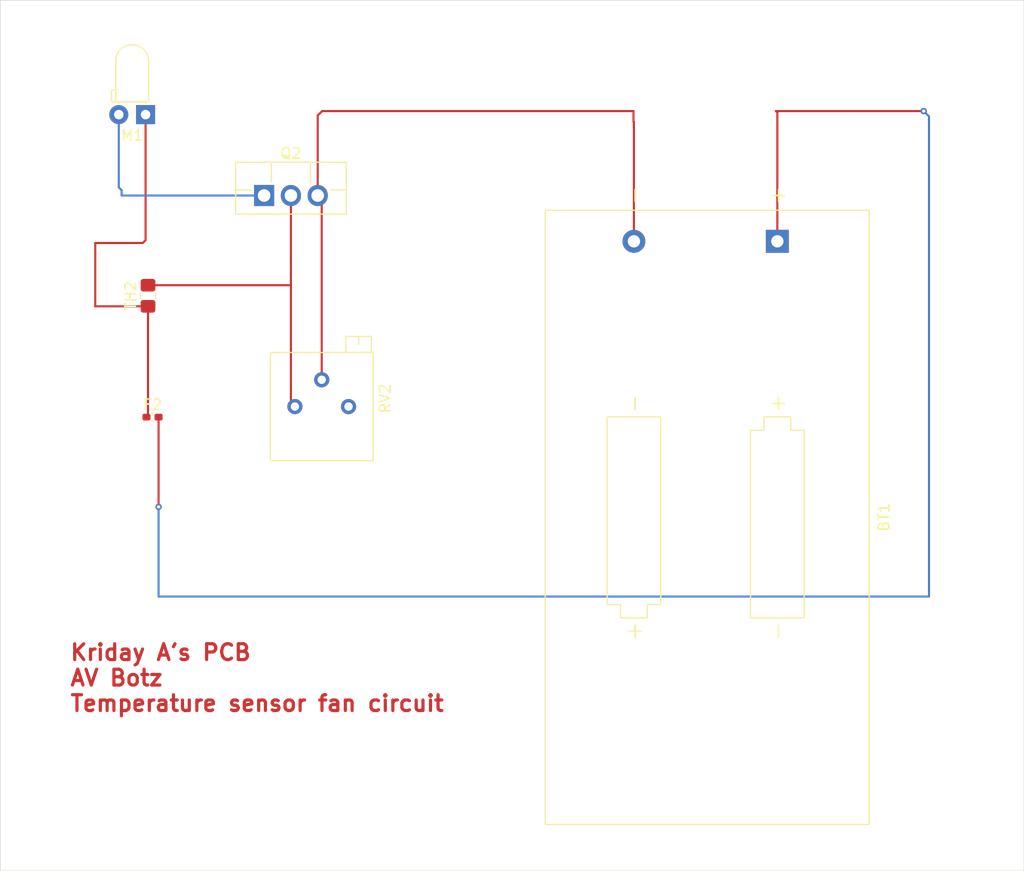
<source format=kicad_pcb>
(kicad_pcb (version 20241229) (generator "pcbnew") (generator_version "9.0")
  (layers (0 "F.Cu" signal) (2 "B.Cu" signal) (13 "F.Paste" user) (15 "B.Paste" user) (5 "F.SilkS" user "F.Silkscreen") (7 "B.SilkS" user "B.Silkscreen") (1 "F.Mask" user) (3 "B.Mask" user) (25 "Edge.Cuts" user))
  (net 0 "")
  (net 1 "Net-(BT1-+)")
  (net 2 "Net-(BT1--)")
  (net 3 "Net-(M1-+)")
  (net 4 "Net-(Q2-G)")
  (net 6 "Net-(M1--)")
  (footprint "Package_TO_SOT_THT:TO-220F-3_Vertical" (layer "F.Cu") (at 131 55.5)
    (property "Reference" "Q2" (at 2.54 -4 0) (layer "F.SilkS"))
    (property "Value" "NMOS")
    (fp_line (start -2.7 -3.157) (end 7.78 -3.157) (stroke (width 0.12)) (layer "F.SilkS"))
    (fp_line (start -2.7 -0.527) (end -1.212 -0.527) (stroke (width 0.12)) (layer "F.SilkS"))
    (fp_line (start -2.7 1.763) (end -2.7 -3.157) (stroke (width 0.12)) (layer "F.SilkS"))
    (fp_line (start 0.69 -3.157) (end 0.69 -1.26) (stroke (width 0.12)) (layer "F.SilkS"))
    (fp_line (start 1.212 -0.527) (end 1.327 -0.528) (stroke (width 0.12)) (layer "F.SilkS"))
    (fp_line (start 3.752 -0.528) (end 3.867 -0.528) (stroke (width 0.12)) (layer "F.SilkS"))
    (fp_line (start 4.39 -3.157) (end 4.39 -1.26) (stroke (width 0.12)) (layer "F.SilkS"))
    (fp_line (start 6.292 -0.528) (end 7.78 -0.527) (stroke (width 0.12)) (layer "F.SilkS"))
    (fp_line (start 7.78 -3.157) (end 7.78 1.763) (stroke (width 0.12)) (layer "F.SilkS"))
    (fp_line (start 7.78 1.763) (end -2.7 1.763) (stroke (width 0.12)) (layer "F.SilkS"))
    (pad "1" thru_hole rect (at 0 0) (size 1.905 2) (drill 1.2) (layers "*.Cu" "*.Mask") (net 6 "Net-(M1--)"))
    (pad "2" thru_hole oval (at 2.54 0) (size 1.905 2) (drill 1.2) (layers "*.Cu" "*.Mask") (net 4 "Net-(Q2-G)"))
    (pad "3" thru_hole oval (at 5.08 0) (size 1.905 2) (drill 1.2) (layers "*.Cu" "*.Mask") (net 2 "Net-(BT1--)"))
  )
  (footprint "Fuse:Fuse_0402_1005Metric_Pad0.77x0.64mm_HandSolder" (layer "F.Cu") (at 120.4275 76.5)
    (property "Reference" "F2" (at 0 -1.17 0) (layer "F.SilkS"))
    (property "Value" "Fuse")
    (fp_line (start -0.1002 -0.36) (end 0.1002 -0.36) (stroke (width 0.12)) (layer "F.SilkS"))
    (fp_line (start -0.1002 0.36) (end 0.1002 0.36) (stroke (width 0.12)) (layer "F.SilkS"))
    (pad "1" smd roundrect (at -0.5725 0) (size 0.765 0.64) (layers "F.Cu" "F.Mask" "F.Paste") (net 3 "Net-(M1-+)"))
    (pad "2" smd roundrect (at 0.5725 0) (size 0.765 0.64) (layers "F.Cu" "F.Mask" "F.Paste") (net 1 "Net-(BT1-+)"))
  )
  (footprint "Resistor_SMD:R_0805_2012Metric_Pad1.20x1.40mm_HandSolder" (layer "F.Cu") (at 120 65 90)
    (property "Reference" "TH2" (at 0 -1.65 90) (layer "F.SilkS"))
    (property "Value" "10kΩ")
    (fp_line (start -0.227064 -0.735) (end 0.227064 -0.735) (stroke (width 0.12)) (layer "F.SilkS"))
    (fp_line (start -0.227064 0.735) (end 0.227064 0.735) (stroke (width 0.12)) (layer "F.SilkS"))
    (pad "1" smd roundrect (at -1 0 90) (size 1.2 1.4) (layers "F.Cu" "F.Mask" "F.Paste") (roundrect_rratio 0.208333) (net 3 "Net-(M1-+)"))
    (pad "2" smd roundrect (at 1 0 90) (size 1.2 1.4) (layers "F.Cu" "F.Mask" "F.Paste") (roundrect_rratio 0.208333) (net 4 "Net-(Q2-G)"))
  )
  (footprint "Potentiometer_THT:Potentiometer_Bourns_3296P_Horizontal" (layer "F.Cu") (at 139 75.5 -90)
    (property "Reference" "RV2" (at -0.76 -3.475 90) (layer "F.SilkS"))
    (property "Value" "10kΩ")
    (fp_line (start -5.125 7.415) (end -5.125 -2.335) (stroke (width 0.12)) (layer "F.SilkS"))
    (fp_line (start 5.125 7.415) (end -5.125 7.415) (stroke (width 0.12)) (layer "F.SilkS"))
    (fp_line (start -6.645 0.25) (end -6.645 -2.16) (stroke (width 0.12)) (layer "F.SilkS"))
    (fp_line (start -5.125 0.25) (end -6.645 0.25) (stroke (width 0.12)) (layer "F.SilkS"))
    (fp_line (start -6.645 -0.955) (end -5.885 -0.955) (stroke (width 0.12)) (layer "F.SilkS"))
    (fp_line (start -6.645 -2.16) (end -5.125 -2.16) (stroke (width 0.12)) (layer "F.SilkS"))
    (fp_line (start -5.125 -2.16) (end -5.125 0.25) (stroke (width 0.12)) (layer "F.SilkS"))
    (fp_line (start -5.125 -2.335) (end 5.125 -2.335) (stroke (width 0.12)) (layer "F.SilkS"))
    (fp_line (start 5.125 -2.335) (end 5.125 7.415) (stroke (width 0.12)) (layer "F.SilkS"))
    (pad "1" thru_hole circle (at 0 0 270) (size 1.44 1.44) (drill 0.8) (layers "*.Cu" "*.Mask"))
    (pad "2" thru_hole circle (at -2.54 2.54 270) (size 1.44 1.44) (drill 0.8) (layers "*.Cu" "*.Mask") (net 2 "Net-(BT1--)"))
    (pad "3" thru_hole circle (at 0 5.08 270) (size 1.44 1.44) (drill 0.8) (layers "*.Cu" "*.Mask") (net 4 "Net-(Q2-G)"))
  )
  (footprint "Battery:BatteryHolder_MPD_BC2AAPC_2xAA" (layer "F.Cu") (at 179.63 59.84 -90)
    (property "Reference" "BT1" (at 26.16 -10.11 90) (layer "F.SilkS"))
    (property "Value" "5V")
    (fp_line (start -2.94 21.99) (end 55.26 21.99) (stroke (width 0.12)) (layer "F.SilkS"))
    (fp_line (start 55.26 21.99) (end 55.26 -8.71) (stroke (width 0.12)) (layer "F.SilkS"))
    (fp_line (start 16.635 16.13) (end 34.415 16.13) (stroke (width 0.12)) (layer "F.SilkS"))
    (fp_line (start 34.415 16.13) (end 34.415 14.86) (stroke (width 0.12)) (layer "F.SilkS"))
    (fp_line (start 34.415 14.86) (end 35.685 14.86) (stroke (width 0.12)) (layer "F.SilkS"))
    (fp_line (start 35.685 14.86) (end 35.685 12.32) (stroke (width 0.12)) (layer "F.SilkS"))
    (fp_line (start 34.415 12.32) (end 34.415 11.05) (stroke (width 0.12)) (layer "F.SilkS"))
    (fp_line (start 35.685 12.32) (end 34.415 12.32) (stroke (width 0.12)) (layer "F.SilkS"))
    (fp_line (start 16.635 11.05) (end 16.635 16.13) (stroke (width 0.12)) (layer "F.SilkS"))
    (fp_line (start 34.415 11.05) (end 16.635 11.05) (stroke (width 0.12)) (layer "F.SilkS"))
    (fp_line (start 17.905 2.54) (end 17.905 1.27) (stroke (width 0.12)) (layer "F.SilkS"))
    (fp_line (start 35.685 2.54) (end 17.905 2.54) (stroke (width 0.12)) (layer "F.SilkS"))
    (fp_line (start 16.635 1.27) (end 16.635 -1.27) (stroke (width 0.12)) (layer "F.SilkS"))
    (fp_line (start 17.905 1.27) (end 16.635 1.27) (stroke (width 0.12)) (layer "F.SilkS"))
    (fp_line (start 16.635 -1.27) (end 17.905 -1.27) (stroke (width 0.12)) (layer "F.SilkS"))
    (fp_line (start 17.905 -1.27) (end 17.905 -2.54) (stroke (width 0.12)) (layer "F.SilkS"))
    (fp_line (start 17.905 -2.54) (end 35.685 -2.54) (stroke (width 0.12)) (layer "F.SilkS"))
    (fp_line (start 35.685 -2.54) (end 35.685 2.54) (stroke (width 0.12)) (layer "F.SilkS"))
    (fp_line (start -2.94 -8.71) (end -2.94 21.99) (stroke (width 0.12)) (layer "F.SilkS"))
    (fp_line (start 55.26 -8.71) (end -2.94 -8.71) (stroke (width 0.12)) (layer "F.SilkS"))
    (fp_text user "-" (at 36.955 0 90) (layer "F.SilkS") (effects (font (size 1.5 1.5))))
    (fp_text user "-" (at 15.365 13.59 90) (layer "F.SilkS") (effects (font (size 1.5 1.5))))
    (fp_text user "+" (at 15.365 0 90) (layer "F.SilkS") (effects (font (size 1.5 1.5))))
    (fp_text user "+" (at -4.34 0 90) (layer "F.SilkS") (effects (font (size 1.5 1.5))))
    (fp_text user "-" (at -4.34 13.59 90) (layer "F.SilkS") (effects (font (size 1.5 1.5))))
    (fp_text user "+" (at 36.955 13.59 90) (layer "F.SilkS") (effects (font (size 1.5 1.5))))
    (pad "" np_thru_hole circle (at 26.16 6.63 270) (size 3.65 3.65) (drill 3.65) (layers "*.Cu" "*.Mask"))
    (pad "1" thru_hole rect (at 0 0 270) (size 2.17 2.17) (drill 1.17) (layers "*.Cu" "*.Mask") (net 1 "Net-(BT1-+)"))
    (pad "2" thru_hole circle (at 0 13.59 270) (size 2.17 2.17) (drill 1.17) (layers "*.Cu" "*.Mask") (net 2 "Net-(BT1--)"))
  )
  (footprint "LED_THT:LED_D3.0mm_Horizontal_O1.27mm_Z2.0mm_Clear" (layer "F.Cu") (at 119.77 47.835 180)
    (property "Reference" "M1" (at 1.27 -1.96 0) (layer "F.SilkS"))
    (property "Value" "Fan")
    (fp_line (start 3.23 2.33) (end 2.83 2.33) (stroke (width 0.12)) (layer "F.SilkS"))
    (fp_line (start 3.23 1.21) (end 3.23 2.33) (stroke (width 0.12)) (layer "F.SilkS"))
    (fp_line (start 2.83 2.33) (end 2.83 1.21) (stroke (width 0.12)) (layer "F.SilkS"))
    (fp_line (start 2.83 1.21) (end 3.23 1.21) (stroke (width 0.12)) (layer "F.SilkS"))
    (fp_line (start 2.83 1.21) (end 2.83 5.07) (stroke (width 0.12)) (layer "F.SilkS"))
    (fp_line (start 2.54 1.21) (end 2.54 1.08) (stroke (width 0.12)) (layer "F.SilkS"))
    (fp_line (start 2.54 1.08) (end 2.54 1.21) (stroke (width 0.12)) (layer "F.SilkS"))
    (fp_line (start 0 1.21) (end 0 1.08) (stroke (width 0.12)) (layer "F.SilkS"))
    (fp_line (start 0 1.08) (end 0 1.21) (stroke (width 0.12)) (layer "F.SilkS"))
    (fp_line (start -0.29 1.21) (end 2.83 1.21) (stroke (width 0.12)) (layer "F.SilkS"))
    (fp_line (start -0.29 1.21) (end -0.29 5.07) (stroke (width 0.12)) (layer "F.SilkS"))
    (fp_arc (start 2.83 5.07) (mid 1.27 6.63) (end -0.29 5.07) (stroke (width 0.12)) (layer "F.SilkS"))
    (pad "1" thru_hole rect (at 0 0 180) (size 1.8 1.8) (drill 0.9) (layers "*.Cu" "*.Mask") (net 3 "Net-(M1-+)"))
    (pad "2" thru_hole circle (at 2.54 0 180) (size 1.8 1.8) (drill 0.9) (layers "*.Cu" "*.Mask") (net 6 "Net-(M1--)"))
  )
  (gr_rect (start 106 37) (end 203 119.5) (stroke (width 0.05)) (fill no) (layer "Edge.Cuts"))
  (gr_text "Kriday A's PCB\nAV Botz\nTemperature sensor fan circuit" (at 112.5 104.5 0) (layer "F.Cu") (effects (font (size 1.5 1.5) (thickness 0.3) (bold yes)) (justify left bottom)))
  (segment (start 179.63 47.63) (end 179.5 47.5) (width 0.2) (layer "F.Cu") (net 1))
  (segment (start 179.5 47.5) (end 187 47.5) (width 0.2) (layer "F.Cu") (net 1))
  (segment (start 179.63 59.84) (end 179.63 47.63) (width 0.2) (layer "F.Cu") (net 1))
  (segment (start 187 47.5) (end 193.5 47.5) (width 0.2) (layer "F.Cu") (net 1))
  (segment (start 121 76.5) (end 121 85) (width 0.2) (layer "F.Cu") (net 1))
  (via (at 193.5 47.5) (size 0.6) (drill 0.3) (layers "F.Cu" "B.Cu") (net 1))
  (via (at 121 85) (size 0.6) (drill 0.3) (layers "F.Cu" "B.Cu") (net 1))
  (segment (start 194 48) (end 193.5 47.5) (width 0.2) (layer "B.Cu") (net 1))
  (segment (start 194 93.5) (end 194 48) (width 0.2) (layer "B.Cu") (net 1))
  (segment (start 121 93.5) (end 194 93.5) (width 0.2) (layer "B.Cu") (net 1))
  (segment (start 121 85) (end 121 93.5) (width 0.2) (layer "B.Cu") (net 1))
  (segment (start 136.08 55.5) (end 136.08 47.92) (width 0.2) (layer "F.Cu") (net 2))
  (segment (start 166 47.5) (end 166 48.5) (width 0.2) (layer "F.Cu") (net 2))
  (segment (start 136.46 55.88) (end 136.08 55.5) (width 0.2) (layer "F.Cu") (net 2))
  (segment (start 136.5 47.5) (end 166 47.5) (width 0.2) (layer "F.Cu") (net 2))
  (segment (start 136.08 47.92) (end 136.5 47.5) (width 0.2) (layer "F.Cu") (net 2))
  (segment (start 136.46 72.96) (end 136.46 55.88) (width 0.2) (layer "F.Cu") (net 2))
  (segment (start 166.04 48.54) (end 166.04 59.84) (width 0.2) (layer "F.Cu") (net 2))
  (segment (start 136.08 55.5) (end 136.58 55.5) (width 0.2) (layer "F.Cu") (net 2))
  (segment (start 166 48.5) (end 166.04 48.54) (width 0.2) (layer "F.Cu") (net 2))
  (segment (start 119.77 47.835) (end 119.77 59.73) (width 0.2) (layer "F.Cu") (net 3))
  (segment (start 119.81 47.875) (end 119.77 47.835) (width 0.2) (layer "F.Cu") (net 3))
  (segment (start 115 60) (end 115 66) (width 0.2) (layer "F.Cu") (net 3))
  (segment (start 119.23 48.375) (end 119.77 47.835) (width 0.2) (layer "F.Cu") (net 3))
  (segment (start 119.985 76.63) (end 119.855 76.5) (width 0.2) (layer "F.Cu") (net 3))
  (segment (start 120 76.355) (end 119.855 76.5) (width 0.2) (layer "F.Cu") (net 3))
  (segment (start 115 66) (end 120 66) (width 0.2) (layer "F.Cu") (net 3))
  (segment (start 119.5 60) (end 115 60) (width 0.2) (layer "F.Cu") (net 3))
  (segment (start 120 66) (end 120 76.355) (width 0.2) (layer "F.Cu") (net 3))
  (segment (start 119.77 59.73) (end 119.5 60) (width 0.2) (layer "F.Cu") (net 3))
  (segment (start 120 64) (end 133.54 64) (width 0.2) (layer "F.Cu") (net 4))
  (segment (start 133.54 64) (end 133.54 75.12) (width 0.2) (layer "F.Cu") (net 4))
  (segment (start 133.54 75.12) (end 133.92 75.5) (width 0.2) (layer "F.Cu") (net 4))
  (segment (start 133.54 55.5) (end 133.54 61.5) (width 0.2) (layer "F.Cu") (net 4))
  (segment (start 133.54 61.5) (end 133.54 64) (width 0.2) (layer "F.Cu") (net 4))
  (segment (start 117.5 55.5) (end 117.5 55) (width 0.2) (layer "B.Cu") (net 6))
  (segment (start 117.5 55) (end 117.23 54.73) (width 0.2) (layer "B.Cu") (net 6))
  (segment (start 131 55.5) (end 117.5 55.5) (width 0.2) (layer "B.Cu") (net 6))
  (segment (start 117.23 54.73) (end 117.23 47.835) (width 0.2) (layer "B.Cu") (net 6))
)
</source>
